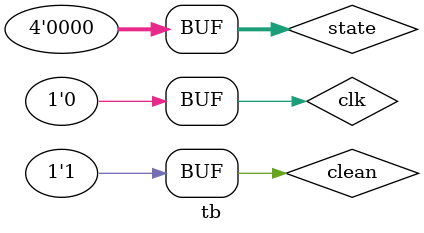
<source format=v>
/*******************************************************************************
 *
 * simulation source: [tb.v]
 *
 ******************************************************************************/

//`define SIM_CYCLE 'h400000000

//
// small value for testing
//
`define CYCLE 5000
//`timescale 1ms/1us
module tb;
reg			clk;
reg		[3:0]	state;
reg   clean;
wire   lout0a;
wire   lout0b;
wire   lout0c;
wire   lout0d;
wire   lout0e;
wire   lout0f;
wire   lout0g;	
wire   lout1a;
wire   lout1b;
wire   lout1c;
wire   lout1d;
wire   lout1e;
wire   lout1f;
wire   lout1g;
wire   lout2a;
wire   lout2b;
wire   lout2c;
wire   lout2d;
wire   lout2e;
wire   lout2f;
wire   lout2g;
wire   lout3a;
wire   lout3b;
wire   lout3c;
wire   lout3d;
wire   lout3e;
wire   lout3f;
wire   lout3g;
	
initial begin
  state=4'b0000;
  clean = 0;
  #30
    clean = 1;  
end
always begin
  //@(posedge clk);
    # 20 clk = 1; 
    # 20 clk = ~clk;
end
lab05 m(
	.clk(clk),
	.clean(clean),	
	.lout0a(lout0a),
	.lout0b(lout0b),
	.lout0c(lout0c),
	.lout0d(lout0d),
	.lout0e(lout0e),
	.lout0f(lout0f),
	.lout0g(lout0g),
	.lout1a(lout1a),
	.lout1b(lout1b),
	.lout1c(lout1c),
	.lout1d(lout1d),
	.lout1e(lout1e),
	.lout1f(lout1f),
	.lout1g(lout1g),
	.lout2a(lout2a),
	.lout2b(lout2b),
	.lout2c(lout2c),
	.lout2d(lout2d),
	.lout2e(lout2e),
	.lout2f(lout2f),
	.lout2g(lout2g),
	.lout3a(lout3a),
	.lout3b(lout3b),
	.lout3c(lout3c),
	.lout3d(lout3d),
	.lout3e(lout3e),
	.lout3f(lout3f),
	.lout3g(lout3g)
);
endmodule
</source>
